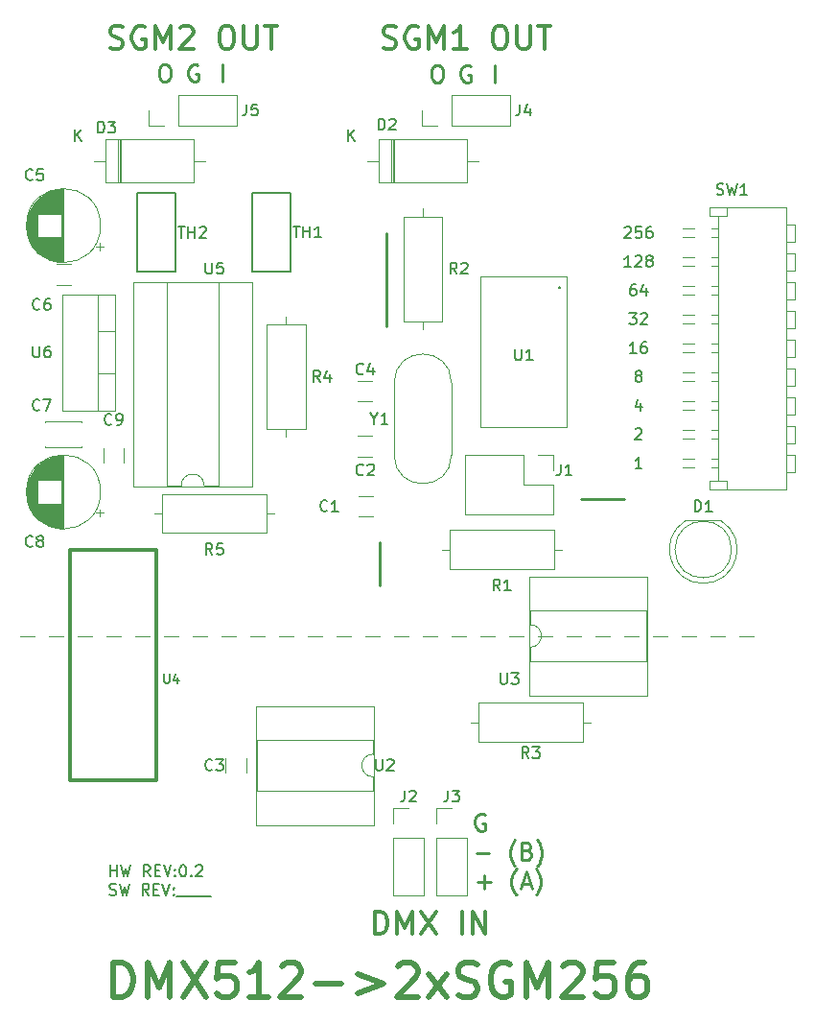
<source format=gbr>
G04 #@! TF.GenerationSoftware,KiCad,Pcbnew,(5.1.5)-3*
G04 #@! TF.CreationDate,2020-04-04T11:24:52+02:00*
G04 #@! TF.ProjectId,DMX2SGM,444d5832-5347-44d2-9e6b-696361645f70,0.2*
G04 #@! TF.SameCoordinates,Original*
G04 #@! TF.FileFunction,Legend,Top*
G04 #@! TF.FilePolarity,Positive*
%FSLAX46Y46*%
G04 Gerber Fmt 4.6, Leading zero omitted, Abs format (unit mm)*
G04 Created by KiCad (PCBNEW (5.1.5)-3) date 2020-04-04 11:24:52*
%MOMM*%
%LPD*%
G04 APERTURE LIST*
%ADD10C,0.300000*%
%ADD11C,0.240000*%
%ADD12C,0.150000*%
%ADD13C,0.120000*%
%ADD14C,0.500000*%
%ADD15C,0.250000*%
G04 APERTURE END LIST*
D10*
X68914285Y-52879523D02*
X69200000Y-52974761D01*
X69676190Y-52974761D01*
X69866666Y-52879523D01*
X69961904Y-52784285D01*
X70057142Y-52593809D01*
X70057142Y-52403333D01*
X69961904Y-52212857D01*
X69866666Y-52117619D01*
X69676190Y-52022380D01*
X69295238Y-51927142D01*
X69104761Y-51831904D01*
X69009523Y-51736666D01*
X68914285Y-51546190D01*
X68914285Y-51355714D01*
X69009523Y-51165238D01*
X69104761Y-51070000D01*
X69295238Y-50974761D01*
X69771428Y-50974761D01*
X70057142Y-51070000D01*
X71961904Y-51070000D02*
X71771428Y-50974761D01*
X71485714Y-50974761D01*
X71200000Y-51070000D01*
X71009523Y-51260476D01*
X70914285Y-51450952D01*
X70819047Y-51831904D01*
X70819047Y-52117619D01*
X70914285Y-52498571D01*
X71009523Y-52689047D01*
X71200000Y-52879523D01*
X71485714Y-52974761D01*
X71676190Y-52974761D01*
X71961904Y-52879523D01*
X72057142Y-52784285D01*
X72057142Y-52117619D01*
X71676190Y-52117619D01*
X72914285Y-52974761D02*
X72914285Y-50974761D01*
X73580952Y-52403333D01*
X74247619Y-50974761D01*
X74247619Y-52974761D01*
X75104761Y-51165238D02*
X75200000Y-51070000D01*
X75390476Y-50974761D01*
X75866666Y-50974761D01*
X76057142Y-51070000D01*
X76152380Y-51165238D01*
X76247619Y-51355714D01*
X76247619Y-51546190D01*
X76152380Y-51831904D01*
X75009523Y-52974761D01*
X76247619Y-52974761D01*
X79009523Y-50974761D02*
X79390476Y-50974761D01*
X79580952Y-51070000D01*
X79771428Y-51260476D01*
X79866666Y-51641428D01*
X79866666Y-52308095D01*
X79771428Y-52689047D01*
X79580952Y-52879523D01*
X79390476Y-52974761D01*
X79009523Y-52974761D01*
X78819047Y-52879523D01*
X78628571Y-52689047D01*
X78533333Y-52308095D01*
X78533333Y-51641428D01*
X78628571Y-51260476D01*
X78819047Y-51070000D01*
X79009523Y-50974761D01*
X80723809Y-50974761D02*
X80723809Y-52593809D01*
X80819047Y-52784285D01*
X80914285Y-52879523D01*
X81104761Y-52974761D01*
X81485714Y-52974761D01*
X81676190Y-52879523D01*
X81771428Y-52784285D01*
X81866666Y-52593809D01*
X81866666Y-50974761D01*
X82533333Y-50974761D02*
X83676190Y-50974761D01*
X83104761Y-52974761D02*
X83104761Y-50974761D01*
D11*
X92710000Y-96520000D02*
X92710000Y-100330000D01*
X110490000Y-92710000D02*
X114300000Y-92710000D01*
X93345000Y-69215000D02*
X93345000Y-77470000D01*
D12*
X68915595Y-125992380D02*
X68915595Y-124992380D01*
X68915595Y-125468571D02*
X69487023Y-125468571D01*
X69487023Y-125992380D02*
X69487023Y-124992380D01*
X69867976Y-124992380D02*
X70106071Y-125992380D01*
X70296547Y-125278095D01*
X70487023Y-125992380D01*
X70725119Y-124992380D01*
X72439404Y-125992380D02*
X72106071Y-125516190D01*
X71867976Y-125992380D02*
X71867976Y-124992380D01*
X72248928Y-124992380D01*
X72344166Y-125040000D01*
X72391785Y-125087619D01*
X72439404Y-125182857D01*
X72439404Y-125325714D01*
X72391785Y-125420952D01*
X72344166Y-125468571D01*
X72248928Y-125516190D01*
X71867976Y-125516190D01*
X72867976Y-125468571D02*
X73201309Y-125468571D01*
X73344166Y-125992380D02*
X72867976Y-125992380D01*
X72867976Y-124992380D01*
X73344166Y-124992380D01*
X73629880Y-124992380D02*
X73963214Y-125992380D01*
X74296547Y-124992380D01*
X74629880Y-125897142D02*
X74677500Y-125944761D01*
X74629880Y-125992380D01*
X74582261Y-125944761D01*
X74629880Y-125897142D01*
X74629880Y-125992380D01*
X74629880Y-125373333D02*
X74677500Y-125420952D01*
X74629880Y-125468571D01*
X74582261Y-125420952D01*
X74629880Y-125373333D01*
X74629880Y-125468571D01*
X75296547Y-124992380D02*
X75391785Y-124992380D01*
X75487023Y-125040000D01*
X75534642Y-125087619D01*
X75582261Y-125182857D01*
X75629880Y-125373333D01*
X75629880Y-125611428D01*
X75582261Y-125801904D01*
X75534642Y-125897142D01*
X75487023Y-125944761D01*
X75391785Y-125992380D01*
X75296547Y-125992380D01*
X75201309Y-125944761D01*
X75153690Y-125897142D01*
X75106071Y-125801904D01*
X75058452Y-125611428D01*
X75058452Y-125373333D01*
X75106071Y-125182857D01*
X75153690Y-125087619D01*
X75201309Y-125040000D01*
X75296547Y-124992380D01*
X76058452Y-125897142D02*
X76106071Y-125944761D01*
X76058452Y-125992380D01*
X76010833Y-125944761D01*
X76058452Y-125897142D01*
X76058452Y-125992380D01*
X76487023Y-125087619D02*
X76534642Y-125040000D01*
X76629880Y-124992380D01*
X76867976Y-124992380D01*
X76963214Y-125040000D01*
X77010833Y-125087619D01*
X77058452Y-125182857D01*
X77058452Y-125278095D01*
X77010833Y-125420952D01*
X76439404Y-125992380D01*
X77058452Y-125992380D01*
X68867976Y-127594761D02*
X69010833Y-127642380D01*
X69248928Y-127642380D01*
X69344166Y-127594761D01*
X69391785Y-127547142D01*
X69439404Y-127451904D01*
X69439404Y-127356666D01*
X69391785Y-127261428D01*
X69344166Y-127213809D01*
X69248928Y-127166190D01*
X69058452Y-127118571D01*
X68963214Y-127070952D01*
X68915595Y-127023333D01*
X68867976Y-126928095D01*
X68867976Y-126832857D01*
X68915595Y-126737619D01*
X68963214Y-126690000D01*
X69058452Y-126642380D01*
X69296547Y-126642380D01*
X69439404Y-126690000D01*
X69772738Y-126642380D02*
X70010833Y-127642380D01*
X70201309Y-126928095D01*
X70391785Y-127642380D01*
X70629880Y-126642380D01*
X72344166Y-127642380D02*
X72010833Y-127166190D01*
X71772738Y-127642380D02*
X71772738Y-126642380D01*
X72153690Y-126642380D01*
X72248928Y-126690000D01*
X72296547Y-126737619D01*
X72344166Y-126832857D01*
X72344166Y-126975714D01*
X72296547Y-127070952D01*
X72248928Y-127118571D01*
X72153690Y-127166190D01*
X71772738Y-127166190D01*
X72772738Y-127118571D02*
X73106071Y-127118571D01*
X73248928Y-127642380D02*
X72772738Y-127642380D01*
X72772738Y-126642380D01*
X73248928Y-126642380D01*
X73534642Y-126642380D02*
X73867976Y-127642380D01*
X74201309Y-126642380D01*
X74534642Y-127547142D02*
X74582261Y-127594761D01*
X74534642Y-127642380D01*
X74487023Y-127594761D01*
X74534642Y-127547142D01*
X74534642Y-127642380D01*
X74534642Y-127023333D02*
X74582261Y-127070952D01*
X74534642Y-127118571D01*
X74487023Y-127070952D01*
X74534642Y-127023333D01*
X74534642Y-127118571D01*
X74772738Y-127737619D02*
X75534642Y-127737619D01*
X75534642Y-127737619D02*
X76296547Y-127737619D01*
X76296547Y-127737619D02*
X77058452Y-127737619D01*
X77058452Y-127737619D02*
X77820357Y-127737619D01*
X108585000Y-74017142D02*
X108632619Y-74064761D01*
X108585000Y-74112380D01*
X108537380Y-74064761D01*
X108585000Y-74017142D01*
X108585000Y-74112380D01*
D13*
X101600000Y-86360000D02*
X101600000Y-73025000D01*
X109220000Y-86360000D02*
X101600000Y-86360000D01*
X109220000Y-73025000D02*
X109220000Y-86360000D01*
X101600000Y-73025000D02*
X109220000Y-73025000D01*
D12*
X114331904Y-68762619D02*
X114379523Y-68715000D01*
X114474761Y-68667380D01*
X114712857Y-68667380D01*
X114808095Y-68715000D01*
X114855714Y-68762619D01*
X114903333Y-68857857D01*
X114903333Y-68953095D01*
X114855714Y-69095952D01*
X114284285Y-69667380D01*
X114903333Y-69667380D01*
X115808095Y-68667380D02*
X115331904Y-68667380D01*
X115284285Y-69143571D01*
X115331904Y-69095952D01*
X115427142Y-69048333D01*
X115665238Y-69048333D01*
X115760476Y-69095952D01*
X115808095Y-69143571D01*
X115855714Y-69238809D01*
X115855714Y-69476904D01*
X115808095Y-69572142D01*
X115760476Y-69619761D01*
X115665238Y-69667380D01*
X115427142Y-69667380D01*
X115331904Y-69619761D01*
X115284285Y-69572142D01*
X116712857Y-68667380D02*
X116522380Y-68667380D01*
X116427142Y-68715000D01*
X116379523Y-68762619D01*
X116284285Y-68905476D01*
X116236666Y-69095952D01*
X116236666Y-69476904D01*
X116284285Y-69572142D01*
X116331904Y-69619761D01*
X116427142Y-69667380D01*
X116617619Y-69667380D01*
X116712857Y-69619761D01*
X116760476Y-69572142D01*
X116808095Y-69476904D01*
X116808095Y-69238809D01*
X116760476Y-69143571D01*
X116712857Y-69095952D01*
X116617619Y-69048333D01*
X116427142Y-69048333D01*
X116331904Y-69095952D01*
X116284285Y-69143571D01*
X116236666Y-69238809D01*
X114903333Y-72207380D02*
X114331904Y-72207380D01*
X114617619Y-72207380D02*
X114617619Y-71207380D01*
X114522380Y-71350238D01*
X114427142Y-71445476D01*
X114331904Y-71493095D01*
X115284285Y-71302619D02*
X115331904Y-71255000D01*
X115427142Y-71207380D01*
X115665238Y-71207380D01*
X115760476Y-71255000D01*
X115808095Y-71302619D01*
X115855714Y-71397857D01*
X115855714Y-71493095D01*
X115808095Y-71635952D01*
X115236666Y-72207380D01*
X115855714Y-72207380D01*
X116427142Y-71635952D02*
X116331904Y-71588333D01*
X116284285Y-71540714D01*
X116236666Y-71445476D01*
X116236666Y-71397857D01*
X116284285Y-71302619D01*
X116331904Y-71255000D01*
X116427142Y-71207380D01*
X116617619Y-71207380D01*
X116712857Y-71255000D01*
X116760476Y-71302619D01*
X116808095Y-71397857D01*
X116808095Y-71445476D01*
X116760476Y-71540714D01*
X116712857Y-71588333D01*
X116617619Y-71635952D01*
X116427142Y-71635952D01*
X116331904Y-71683571D01*
X116284285Y-71731190D01*
X116236666Y-71826428D01*
X116236666Y-72016904D01*
X116284285Y-72112142D01*
X116331904Y-72159761D01*
X116427142Y-72207380D01*
X116617619Y-72207380D01*
X116712857Y-72159761D01*
X116760476Y-72112142D01*
X116808095Y-72016904D01*
X116808095Y-71826428D01*
X116760476Y-71731190D01*
X116712857Y-71683571D01*
X116617619Y-71635952D01*
X115284285Y-73747380D02*
X115093809Y-73747380D01*
X114998571Y-73795000D01*
X114950952Y-73842619D01*
X114855714Y-73985476D01*
X114808095Y-74175952D01*
X114808095Y-74556904D01*
X114855714Y-74652142D01*
X114903333Y-74699761D01*
X114998571Y-74747380D01*
X115189047Y-74747380D01*
X115284285Y-74699761D01*
X115331904Y-74652142D01*
X115379523Y-74556904D01*
X115379523Y-74318809D01*
X115331904Y-74223571D01*
X115284285Y-74175952D01*
X115189047Y-74128333D01*
X114998571Y-74128333D01*
X114903333Y-74175952D01*
X114855714Y-74223571D01*
X114808095Y-74318809D01*
X116236666Y-74080714D02*
X116236666Y-74747380D01*
X115998571Y-73699761D02*
X115760476Y-74414047D01*
X116379523Y-74414047D01*
X114760476Y-76287380D02*
X115379523Y-76287380D01*
X115046190Y-76668333D01*
X115189047Y-76668333D01*
X115284285Y-76715952D01*
X115331904Y-76763571D01*
X115379523Y-76858809D01*
X115379523Y-77096904D01*
X115331904Y-77192142D01*
X115284285Y-77239761D01*
X115189047Y-77287380D01*
X114903333Y-77287380D01*
X114808095Y-77239761D01*
X114760476Y-77192142D01*
X115760476Y-76382619D02*
X115808095Y-76335000D01*
X115903333Y-76287380D01*
X116141428Y-76287380D01*
X116236666Y-76335000D01*
X116284285Y-76382619D01*
X116331904Y-76477857D01*
X116331904Y-76573095D01*
X116284285Y-76715952D01*
X115712857Y-77287380D01*
X116331904Y-77287380D01*
X115379523Y-79827380D02*
X114808095Y-79827380D01*
X115093809Y-79827380D02*
X115093809Y-78827380D01*
X114998571Y-78970238D01*
X114903333Y-79065476D01*
X114808095Y-79113095D01*
X116236666Y-78827380D02*
X116046190Y-78827380D01*
X115950952Y-78875000D01*
X115903333Y-78922619D01*
X115808095Y-79065476D01*
X115760476Y-79255952D01*
X115760476Y-79636904D01*
X115808095Y-79732142D01*
X115855714Y-79779761D01*
X115950952Y-79827380D01*
X116141428Y-79827380D01*
X116236666Y-79779761D01*
X116284285Y-79732142D01*
X116331904Y-79636904D01*
X116331904Y-79398809D01*
X116284285Y-79303571D01*
X116236666Y-79255952D01*
X116141428Y-79208333D01*
X115950952Y-79208333D01*
X115855714Y-79255952D01*
X115808095Y-79303571D01*
X115760476Y-79398809D01*
X115474761Y-81795952D02*
X115379523Y-81748333D01*
X115331904Y-81700714D01*
X115284285Y-81605476D01*
X115284285Y-81557857D01*
X115331904Y-81462619D01*
X115379523Y-81415000D01*
X115474761Y-81367380D01*
X115665238Y-81367380D01*
X115760476Y-81415000D01*
X115808095Y-81462619D01*
X115855714Y-81557857D01*
X115855714Y-81605476D01*
X115808095Y-81700714D01*
X115760476Y-81748333D01*
X115665238Y-81795952D01*
X115474761Y-81795952D01*
X115379523Y-81843571D01*
X115331904Y-81891190D01*
X115284285Y-81986428D01*
X115284285Y-82176904D01*
X115331904Y-82272142D01*
X115379523Y-82319761D01*
X115474761Y-82367380D01*
X115665238Y-82367380D01*
X115760476Y-82319761D01*
X115808095Y-82272142D01*
X115855714Y-82176904D01*
X115855714Y-81986428D01*
X115808095Y-81891190D01*
X115760476Y-81843571D01*
X115665238Y-81795952D01*
X115760476Y-84240714D02*
X115760476Y-84907380D01*
X115522380Y-83859761D02*
X115284285Y-84574047D01*
X115903333Y-84574047D01*
X115284285Y-86542619D02*
X115331904Y-86495000D01*
X115427142Y-86447380D01*
X115665238Y-86447380D01*
X115760476Y-86495000D01*
X115808095Y-86542619D01*
X115855714Y-86637857D01*
X115855714Y-86733095D01*
X115808095Y-86875952D01*
X115236666Y-87447380D01*
X115855714Y-87447380D01*
X115855714Y-89987380D02*
X115284285Y-89987380D01*
X115570000Y-89987380D02*
X115570000Y-88987380D01*
X115474761Y-89130238D01*
X115379523Y-89225476D01*
X115284285Y-89273095D01*
D14*
X69210000Y-136612142D02*
X69210000Y-133612142D01*
X69924285Y-133612142D01*
X70352857Y-133755000D01*
X70638571Y-134040714D01*
X70781428Y-134326428D01*
X70924285Y-134897857D01*
X70924285Y-135326428D01*
X70781428Y-135897857D01*
X70638571Y-136183571D01*
X70352857Y-136469285D01*
X69924285Y-136612142D01*
X69210000Y-136612142D01*
X72210000Y-136612142D02*
X72210000Y-133612142D01*
X73210000Y-135755000D01*
X74210000Y-133612142D01*
X74210000Y-136612142D01*
X75352857Y-133612142D02*
X77352857Y-136612142D01*
X77352857Y-133612142D02*
X75352857Y-136612142D01*
X79924285Y-133612142D02*
X78495714Y-133612142D01*
X78352857Y-135040714D01*
X78495714Y-134897857D01*
X78781428Y-134755000D01*
X79495714Y-134755000D01*
X79781428Y-134897857D01*
X79924285Y-135040714D01*
X80067142Y-135326428D01*
X80067142Y-136040714D01*
X79924285Y-136326428D01*
X79781428Y-136469285D01*
X79495714Y-136612142D01*
X78781428Y-136612142D01*
X78495714Y-136469285D01*
X78352857Y-136326428D01*
X82924285Y-136612142D02*
X81210000Y-136612142D01*
X82067142Y-136612142D02*
X82067142Y-133612142D01*
X81781428Y-134040714D01*
X81495714Y-134326428D01*
X81210000Y-134469285D01*
X84067142Y-133897857D02*
X84210000Y-133755000D01*
X84495714Y-133612142D01*
X85210000Y-133612142D01*
X85495714Y-133755000D01*
X85638571Y-133897857D01*
X85781428Y-134183571D01*
X85781428Y-134469285D01*
X85638571Y-134897857D01*
X83924285Y-136612142D01*
X85781428Y-136612142D01*
X87067142Y-135469285D02*
X89352857Y-135469285D01*
X90781428Y-134612142D02*
X93067142Y-135469285D01*
X90781428Y-136326428D01*
X94352857Y-133897857D02*
X94495714Y-133755000D01*
X94781428Y-133612142D01*
X95495714Y-133612142D01*
X95781428Y-133755000D01*
X95924285Y-133897857D01*
X96067142Y-134183571D01*
X96067142Y-134469285D01*
X95924285Y-134897857D01*
X94210000Y-136612142D01*
X96067142Y-136612142D01*
X97067142Y-136612142D02*
X98638571Y-134612142D01*
X97067142Y-134612142D02*
X98638571Y-136612142D01*
X99638571Y-136469285D02*
X100067142Y-136612142D01*
X100781428Y-136612142D01*
X101067142Y-136469285D01*
X101210000Y-136326428D01*
X101352857Y-136040714D01*
X101352857Y-135755000D01*
X101210000Y-135469285D01*
X101067142Y-135326428D01*
X100781428Y-135183571D01*
X100210000Y-135040714D01*
X99924285Y-134897857D01*
X99781428Y-134755000D01*
X99638571Y-134469285D01*
X99638571Y-134183571D01*
X99781428Y-133897857D01*
X99924285Y-133755000D01*
X100210000Y-133612142D01*
X100924285Y-133612142D01*
X101352857Y-133755000D01*
X104210000Y-133755000D02*
X103924285Y-133612142D01*
X103495714Y-133612142D01*
X103067142Y-133755000D01*
X102781428Y-134040714D01*
X102638571Y-134326428D01*
X102495714Y-134897857D01*
X102495714Y-135326428D01*
X102638571Y-135897857D01*
X102781428Y-136183571D01*
X103067142Y-136469285D01*
X103495714Y-136612142D01*
X103781428Y-136612142D01*
X104210000Y-136469285D01*
X104352857Y-136326428D01*
X104352857Y-135326428D01*
X103781428Y-135326428D01*
X105638571Y-136612142D02*
X105638571Y-133612142D01*
X106638571Y-135755000D01*
X107638571Y-133612142D01*
X107638571Y-136612142D01*
X108924285Y-133897857D02*
X109067142Y-133755000D01*
X109352857Y-133612142D01*
X110067142Y-133612142D01*
X110352857Y-133755000D01*
X110495714Y-133897857D01*
X110638571Y-134183571D01*
X110638571Y-134469285D01*
X110495714Y-134897857D01*
X108781428Y-136612142D01*
X110638571Y-136612142D01*
X113352857Y-133612142D02*
X111924285Y-133612142D01*
X111781428Y-135040714D01*
X111924285Y-134897857D01*
X112210000Y-134755000D01*
X112924285Y-134755000D01*
X113210000Y-134897857D01*
X113352857Y-135040714D01*
X113495714Y-135326428D01*
X113495714Y-136040714D01*
X113352857Y-136326428D01*
X113210000Y-136469285D01*
X112924285Y-136612142D01*
X112210000Y-136612142D01*
X111924285Y-136469285D01*
X111781428Y-136326428D01*
X116067142Y-133612142D02*
X115495714Y-133612142D01*
X115210000Y-133755000D01*
X115067142Y-133897857D01*
X114781428Y-134326428D01*
X114638571Y-134897857D01*
X114638571Y-136040714D01*
X114781428Y-136326428D01*
X114924285Y-136469285D01*
X115210000Y-136612142D01*
X115781428Y-136612142D01*
X116067142Y-136469285D01*
X116210000Y-136326428D01*
X116352857Y-136040714D01*
X116352857Y-135326428D01*
X116210000Y-135040714D01*
X116067142Y-134897857D01*
X115781428Y-134755000D01*
X115210000Y-134755000D01*
X114924285Y-134897857D01*
X114781428Y-135040714D01*
X114638571Y-135326428D01*
D10*
X93044285Y-52879523D02*
X93330000Y-52974761D01*
X93806190Y-52974761D01*
X93996666Y-52879523D01*
X94091904Y-52784285D01*
X94187142Y-52593809D01*
X94187142Y-52403333D01*
X94091904Y-52212857D01*
X93996666Y-52117619D01*
X93806190Y-52022380D01*
X93425238Y-51927142D01*
X93234761Y-51831904D01*
X93139523Y-51736666D01*
X93044285Y-51546190D01*
X93044285Y-51355714D01*
X93139523Y-51165238D01*
X93234761Y-51070000D01*
X93425238Y-50974761D01*
X93901428Y-50974761D01*
X94187142Y-51070000D01*
X96091904Y-51070000D02*
X95901428Y-50974761D01*
X95615714Y-50974761D01*
X95330000Y-51070000D01*
X95139523Y-51260476D01*
X95044285Y-51450952D01*
X94949047Y-51831904D01*
X94949047Y-52117619D01*
X95044285Y-52498571D01*
X95139523Y-52689047D01*
X95330000Y-52879523D01*
X95615714Y-52974761D01*
X95806190Y-52974761D01*
X96091904Y-52879523D01*
X96187142Y-52784285D01*
X96187142Y-52117619D01*
X95806190Y-52117619D01*
X97044285Y-52974761D02*
X97044285Y-50974761D01*
X97710952Y-52403333D01*
X98377619Y-50974761D01*
X98377619Y-52974761D01*
X100377619Y-52974761D02*
X99234761Y-52974761D01*
X99806190Y-52974761D02*
X99806190Y-50974761D01*
X99615714Y-51260476D01*
X99425238Y-51450952D01*
X99234761Y-51546190D01*
X103139523Y-50974761D02*
X103520476Y-50974761D01*
X103710952Y-51070000D01*
X103901428Y-51260476D01*
X103996666Y-51641428D01*
X103996666Y-52308095D01*
X103901428Y-52689047D01*
X103710952Y-52879523D01*
X103520476Y-52974761D01*
X103139523Y-52974761D01*
X102949047Y-52879523D01*
X102758571Y-52689047D01*
X102663333Y-52308095D01*
X102663333Y-51641428D01*
X102758571Y-51260476D01*
X102949047Y-51070000D01*
X103139523Y-50974761D01*
X104853809Y-50974761D02*
X104853809Y-52593809D01*
X104949047Y-52784285D01*
X105044285Y-52879523D01*
X105234761Y-52974761D01*
X105615714Y-52974761D01*
X105806190Y-52879523D01*
X105901428Y-52784285D01*
X105996666Y-52593809D01*
X105996666Y-50974761D01*
X106663333Y-50974761D02*
X107806190Y-50974761D01*
X107234761Y-52974761D02*
X107234761Y-50974761D01*
D13*
X125730000Y-104775000D02*
X124460000Y-104775000D01*
X123190000Y-104775000D02*
X121920000Y-104775000D01*
X120650000Y-104775000D02*
X119380000Y-104775000D01*
X118110000Y-104775000D02*
X116840000Y-104775000D01*
X115570000Y-104775000D02*
X114300000Y-104775000D01*
X113030000Y-104775000D02*
X111760000Y-104775000D01*
X110490000Y-104775000D02*
X109220000Y-104775000D01*
X107950000Y-104775000D02*
X106680000Y-104775000D01*
X105410000Y-104775000D02*
X104140000Y-104775000D01*
X102870000Y-104775000D02*
X101600000Y-104775000D01*
X100330000Y-104775000D02*
X99060000Y-104775000D01*
X97790000Y-104775000D02*
X96520000Y-104775000D01*
X95250000Y-104775000D02*
X93980000Y-104775000D01*
X92710000Y-104775000D02*
X91440000Y-104775000D01*
X90170000Y-104775000D02*
X88900000Y-104775000D01*
X87630000Y-104775000D02*
X86360000Y-104775000D01*
X85090000Y-104775000D02*
X83820000Y-104775000D01*
X82550000Y-104775000D02*
X81280000Y-104775000D01*
X80010000Y-104775000D02*
X78740000Y-104775000D01*
X77470000Y-104775000D02*
X76200000Y-104775000D01*
X74930000Y-104775000D02*
X73660000Y-104775000D01*
X72390000Y-104775000D02*
X71120000Y-104775000D01*
X69850000Y-104775000D02*
X68580000Y-104775000D01*
X67310000Y-104775000D02*
X66040000Y-104775000D01*
X64770000Y-104775000D02*
X63500000Y-104775000D01*
X62230000Y-104775000D02*
X60960000Y-104775000D01*
D15*
X76652857Y-54435000D02*
X76510000Y-54363571D01*
X76295714Y-54363571D01*
X76081428Y-54435000D01*
X75938571Y-54577857D01*
X75867142Y-54720714D01*
X75795714Y-55006428D01*
X75795714Y-55220714D01*
X75867142Y-55506428D01*
X75938571Y-55649285D01*
X76081428Y-55792142D01*
X76295714Y-55863571D01*
X76438571Y-55863571D01*
X76652857Y-55792142D01*
X76724285Y-55720714D01*
X76724285Y-55220714D01*
X76438571Y-55220714D01*
X73577142Y-54363571D02*
X73862857Y-54363571D01*
X74005714Y-54435000D01*
X74148571Y-54577857D01*
X74220000Y-54863571D01*
X74220000Y-55363571D01*
X74148571Y-55649285D01*
X74005714Y-55792142D01*
X73862857Y-55863571D01*
X73577142Y-55863571D01*
X73434285Y-55792142D01*
X73291428Y-55649285D01*
X73220000Y-55363571D01*
X73220000Y-54863571D01*
X73291428Y-54577857D01*
X73434285Y-54435000D01*
X73577142Y-54363571D01*
X78800000Y-55863571D02*
X78800000Y-54363571D01*
X102870000Y-55923571D02*
X102870000Y-54423571D01*
X97647142Y-54423571D02*
X97932857Y-54423571D01*
X98075714Y-54495000D01*
X98218571Y-54637857D01*
X98290000Y-54923571D01*
X98290000Y-55423571D01*
X98218571Y-55709285D01*
X98075714Y-55852142D01*
X97932857Y-55923571D01*
X97647142Y-55923571D01*
X97504285Y-55852142D01*
X97361428Y-55709285D01*
X97290000Y-55423571D01*
X97290000Y-54923571D01*
X97361428Y-54637857D01*
X97504285Y-54495000D01*
X97647142Y-54423571D01*
X100722857Y-54495000D02*
X100580000Y-54423571D01*
X100365714Y-54423571D01*
X100151428Y-54495000D01*
X100008571Y-54637857D01*
X99937142Y-54780714D01*
X99865714Y-55066428D01*
X99865714Y-55280714D01*
X99937142Y-55566428D01*
X100008571Y-55709285D01*
X100151428Y-55852142D01*
X100365714Y-55923571D01*
X100508571Y-55923571D01*
X100722857Y-55852142D01*
X100794285Y-55780714D01*
X100794285Y-55280714D01*
X100508571Y-55280714D01*
X101992857Y-120535000D02*
X101850000Y-120463571D01*
X101635714Y-120463571D01*
X101421428Y-120535000D01*
X101278571Y-120677857D01*
X101207142Y-120820714D01*
X101135714Y-121106428D01*
X101135714Y-121320714D01*
X101207142Y-121606428D01*
X101278571Y-121749285D01*
X101421428Y-121892142D01*
X101635714Y-121963571D01*
X101778571Y-121963571D01*
X101992857Y-121892142D01*
X102064285Y-121820714D01*
X102064285Y-121320714D01*
X101778571Y-121320714D01*
X101247142Y-123932142D02*
X102390000Y-123932142D01*
X104675714Y-125075000D02*
X104604285Y-125003571D01*
X104461428Y-124789285D01*
X104390000Y-124646428D01*
X104318571Y-124432142D01*
X104247142Y-124075000D01*
X104247142Y-123789285D01*
X104318571Y-123432142D01*
X104390000Y-123217857D01*
X104461428Y-123075000D01*
X104604285Y-122860714D01*
X104675714Y-122789285D01*
X105747142Y-123717857D02*
X105961428Y-123789285D01*
X106032857Y-123860714D01*
X106104285Y-124003571D01*
X106104285Y-124217857D01*
X106032857Y-124360714D01*
X105961428Y-124432142D01*
X105818571Y-124503571D01*
X105247142Y-124503571D01*
X105247142Y-123003571D01*
X105747142Y-123003571D01*
X105890000Y-123075000D01*
X105961428Y-123146428D01*
X106032857Y-123289285D01*
X106032857Y-123432142D01*
X105961428Y-123575000D01*
X105890000Y-123646428D01*
X105747142Y-123717857D01*
X105247142Y-123717857D01*
X106604285Y-125075000D02*
X106675714Y-125003571D01*
X106818571Y-124789285D01*
X106890000Y-124646428D01*
X106961428Y-124432142D01*
X107032857Y-124075000D01*
X107032857Y-123789285D01*
X106961428Y-123432142D01*
X106890000Y-123217857D01*
X106818571Y-123075000D01*
X106675714Y-122860714D01*
X106604285Y-122789285D01*
X101354285Y-126472142D02*
X102497142Y-126472142D01*
X101925714Y-127043571D02*
X101925714Y-125900714D01*
X104782857Y-127615000D02*
X104711428Y-127543571D01*
X104568571Y-127329285D01*
X104497142Y-127186428D01*
X104425714Y-126972142D01*
X104354285Y-126615000D01*
X104354285Y-126329285D01*
X104425714Y-125972142D01*
X104497142Y-125757857D01*
X104568571Y-125615000D01*
X104711428Y-125400714D01*
X104782857Y-125329285D01*
X105282857Y-126615000D02*
X105997142Y-126615000D01*
X105140000Y-127043571D02*
X105640000Y-125543571D01*
X106140000Y-127043571D01*
X106497142Y-127615000D02*
X106568571Y-127543571D01*
X106711428Y-127329285D01*
X106782857Y-127186428D01*
X106854285Y-126972142D01*
X106925714Y-126615000D01*
X106925714Y-126329285D01*
X106854285Y-125972142D01*
X106782857Y-125757857D01*
X106711428Y-125615000D01*
X106568571Y-125400714D01*
X106497142Y-125329285D01*
D10*
X92250238Y-131079761D02*
X92250238Y-129079761D01*
X92726428Y-129079761D01*
X93012142Y-129175000D01*
X93202619Y-129365476D01*
X93297857Y-129555952D01*
X93393095Y-129936904D01*
X93393095Y-130222619D01*
X93297857Y-130603571D01*
X93202619Y-130794047D01*
X93012142Y-130984523D01*
X92726428Y-131079761D01*
X92250238Y-131079761D01*
X94250238Y-131079761D02*
X94250238Y-129079761D01*
X94916904Y-130508333D01*
X95583571Y-129079761D01*
X95583571Y-131079761D01*
X96345476Y-129079761D02*
X97678809Y-131079761D01*
X97678809Y-129079761D02*
X96345476Y-131079761D01*
X99964523Y-131079761D02*
X99964523Y-129079761D01*
X100916904Y-131079761D02*
X100916904Y-129079761D01*
X102059761Y-131079761D01*
X102059761Y-129079761D01*
D13*
X93995000Y-88825000D02*
G75*
G03X99045000Y-88825000I2525000J0D01*
G01*
X93995000Y-82425000D02*
G75*
G02X99045000Y-82425000I2525000J0D01*
G01*
X93995000Y-82425000D02*
X93995000Y-88825000D01*
X99045000Y-82425000D02*
X99045000Y-88825000D01*
X70950000Y-91560000D02*
X81450000Y-91560000D01*
X70950000Y-73540000D02*
X70950000Y-91560000D01*
X81450000Y-73540000D02*
X70950000Y-73540000D01*
X81450000Y-91560000D02*
X81450000Y-73540000D01*
X73950000Y-91500000D02*
X75200000Y-91500000D01*
X73950000Y-73600000D02*
X73950000Y-91500000D01*
X78450000Y-73600000D02*
X73950000Y-73600000D01*
X78450000Y-91500000D02*
X78450000Y-73600000D01*
X77200000Y-91500000D02*
X78450000Y-91500000D01*
X75200000Y-91500000D02*
G75*
G02X77200000Y-91500000I1000000J0D01*
G01*
X69310000Y-81607000D02*
X67800000Y-81607000D01*
X69310000Y-77906000D02*
X67800000Y-77906000D01*
X67800000Y-74636000D02*
X67800000Y-84876000D01*
X69310000Y-84876000D02*
X64669000Y-84876000D01*
X69310000Y-74636000D02*
X64669000Y-74636000D01*
X64669000Y-74636000D02*
X64669000Y-84876000D01*
X69310000Y-74636000D02*
X69310000Y-84876000D01*
X63170000Y-85940000D02*
X63170000Y-85875000D01*
X63170000Y-88115000D02*
X63170000Y-88050000D01*
X66410000Y-85940000D02*
X66410000Y-85875000D01*
X66410000Y-88115000D02*
X66410000Y-88050000D01*
X66410000Y-85875000D02*
X63170000Y-85875000D01*
X66410000Y-88115000D02*
X63170000Y-88115000D01*
X70135000Y-89509000D02*
X70135000Y-88251000D01*
X68295000Y-89509000D02*
X68295000Y-88251000D01*
X67975241Y-94229000D02*
X67975241Y-93599000D01*
X68290241Y-93914000D02*
X67660241Y-93914000D01*
X61549000Y-92477000D02*
X61549000Y-91673000D01*
X61589000Y-92708000D02*
X61589000Y-91442000D01*
X61629000Y-92877000D02*
X61629000Y-91273000D01*
X61669000Y-93015000D02*
X61669000Y-91135000D01*
X61709000Y-93134000D02*
X61709000Y-91016000D01*
X61749000Y-93240000D02*
X61749000Y-90910000D01*
X61789000Y-93337000D02*
X61789000Y-90813000D01*
X61829000Y-93425000D02*
X61829000Y-90725000D01*
X61869000Y-93507000D02*
X61869000Y-90643000D01*
X61909000Y-93584000D02*
X61909000Y-90566000D01*
X61949000Y-93656000D02*
X61949000Y-90494000D01*
X61989000Y-93725000D02*
X61989000Y-90425000D01*
X62029000Y-93789000D02*
X62029000Y-90361000D01*
X62069000Y-93851000D02*
X62069000Y-90299000D01*
X62109000Y-93909000D02*
X62109000Y-90241000D01*
X62149000Y-93965000D02*
X62149000Y-90185000D01*
X62189000Y-94019000D02*
X62189000Y-90131000D01*
X62229000Y-94070000D02*
X62229000Y-90080000D01*
X62269000Y-94119000D02*
X62269000Y-90031000D01*
X62309000Y-94167000D02*
X62309000Y-89983000D01*
X62349000Y-94212000D02*
X62349000Y-89938000D01*
X62389000Y-94257000D02*
X62389000Y-89893000D01*
X62429000Y-94299000D02*
X62429000Y-89851000D01*
X62469000Y-94340000D02*
X62469000Y-89810000D01*
X62509000Y-91035000D02*
X62509000Y-89770000D01*
X62509000Y-94380000D02*
X62509000Y-93115000D01*
X62549000Y-91035000D02*
X62549000Y-89732000D01*
X62549000Y-94418000D02*
X62549000Y-93115000D01*
X62589000Y-91035000D02*
X62589000Y-89695000D01*
X62589000Y-94455000D02*
X62589000Y-93115000D01*
X62629000Y-91035000D02*
X62629000Y-89659000D01*
X62629000Y-94491000D02*
X62629000Y-93115000D01*
X62669000Y-91035000D02*
X62669000Y-89625000D01*
X62669000Y-94525000D02*
X62669000Y-93115000D01*
X62709000Y-91035000D02*
X62709000Y-89591000D01*
X62709000Y-94559000D02*
X62709000Y-93115000D01*
X62749000Y-91035000D02*
X62749000Y-89559000D01*
X62749000Y-94591000D02*
X62749000Y-93115000D01*
X62789000Y-91035000D02*
X62789000Y-89527000D01*
X62789000Y-94623000D02*
X62789000Y-93115000D01*
X62829000Y-91035000D02*
X62829000Y-89497000D01*
X62829000Y-94653000D02*
X62829000Y-93115000D01*
X62869000Y-91035000D02*
X62869000Y-89468000D01*
X62869000Y-94682000D02*
X62869000Y-93115000D01*
X62909000Y-91035000D02*
X62909000Y-89439000D01*
X62909000Y-94711000D02*
X62909000Y-93115000D01*
X62949000Y-91035000D02*
X62949000Y-89411000D01*
X62949000Y-94739000D02*
X62949000Y-93115000D01*
X62989000Y-91035000D02*
X62989000Y-89385000D01*
X62989000Y-94765000D02*
X62989000Y-93115000D01*
X63029000Y-91035000D02*
X63029000Y-89359000D01*
X63029000Y-94791000D02*
X63029000Y-93115000D01*
X63069000Y-91035000D02*
X63069000Y-89333000D01*
X63069000Y-94817000D02*
X63069000Y-93115000D01*
X63109000Y-91035000D02*
X63109000Y-89309000D01*
X63109000Y-94841000D02*
X63109000Y-93115000D01*
X63149000Y-91035000D02*
X63149000Y-89285000D01*
X63149000Y-94865000D02*
X63149000Y-93115000D01*
X63189000Y-91035000D02*
X63189000Y-89263000D01*
X63189000Y-94887000D02*
X63189000Y-93115000D01*
X63229000Y-91035000D02*
X63229000Y-89241000D01*
X63229000Y-94909000D02*
X63229000Y-93115000D01*
X63269000Y-91035000D02*
X63269000Y-89219000D01*
X63269000Y-94931000D02*
X63269000Y-93115000D01*
X63309000Y-91035000D02*
X63309000Y-89199000D01*
X63309000Y-94951000D02*
X63309000Y-93115000D01*
X63349000Y-91035000D02*
X63349000Y-89179000D01*
X63349000Y-94971000D02*
X63349000Y-93115000D01*
X63389000Y-91035000D02*
X63389000Y-89159000D01*
X63389000Y-94991000D02*
X63389000Y-93115000D01*
X63429000Y-91035000D02*
X63429000Y-89141000D01*
X63429000Y-95009000D02*
X63429000Y-93115000D01*
X63469000Y-91035000D02*
X63469000Y-89123000D01*
X63469000Y-95027000D02*
X63469000Y-93115000D01*
X63509000Y-91035000D02*
X63509000Y-89105000D01*
X63509000Y-95045000D02*
X63509000Y-93115000D01*
X63549000Y-91035000D02*
X63549000Y-89089000D01*
X63549000Y-95061000D02*
X63549000Y-93115000D01*
X63589000Y-91035000D02*
X63589000Y-89073000D01*
X63589000Y-95077000D02*
X63589000Y-93115000D01*
X63629000Y-91035000D02*
X63629000Y-89057000D01*
X63629000Y-95093000D02*
X63629000Y-93115000D01*
X63669000Y-91035000D02*
X63669000Y-89042000D01*
X63669000Y-95108000D02*
X63669000Y-93115000D01*
X63709000Y-91035000D02*
X63709000Y-89028000D01*
X63709000Y-95122000D02*
X63709000Y-93115000D01*
X63749000Y-91035000D02*
X63749000Y-89014000D01*
X63749000Y-95136000D02*
X63749000Y-93115000D01*
X63789000Y-91035000D02*
X63789000Y-89001000D01*
X63789000Y-95149000D02*
X63789000Y-93115000D01*
X63829000Y-91035000D02*
X63829000Y-88989000D01*
X63829000Y-95161000D02*
X63829000Y-93115000D01*
X63869000Y-91035000D02*
X63869000Y-88977000D01*
X63869000Y-95173000D02*
X63869000Y-93115000D01*
X63909000Y-91035000D02*
X63909000Y-88965000D01*
X63909000Y-95185000D02*
X63909000Y-93115000D01*
X63949000Y-91035000D02*
X63949000Y-88954000D01*
X63949000Y-95196000D02*
X63949000Y-93115000D01*
X63989000Y-91035000D02*
X63989000Y-88944000D01*
X63989000Y-95206000D02*
X63989000Y-93115000D01*
X64029000Y-91035000D02*
X64029000Y-88934000D01*
X64029000Y-95216000D02*
X64029000Y-93115000D01*
X64069000Y-91035000D02*
X64069000Y-88925000D01*
X64069000Y-95225000D02*
X64069000Y-93115000D01*
X64110000Y-91035000D02*
X64110000Y-88916000D01*
X64110000Y-95234000D02*
X64110000Y-93115000D01*
X64150000Y-91035000D02*
X64150000Y-88908000D01*
X64150000Y-95242000D02*
X64150000Y-93115000D01*
X64190000Y-91035000D02*
X64190000Y-88900000D01*
X64190000Y-95250000D02*
X64190000Y-93115000D01*
X64230000Y-91035000D02*
X64230000Y-88893000D01*
X64230000Y-95257000D02*
X64230000Y-93115000D01*
X64270000Y-91035000D02*
X64270000Y-88886000D01*
X64270000Y-95264000D02*
X64270000Y-93115000D01*
X64310000Y-91035000D02*
X64310000Y-88880000D01*
X64310000Y-95270000D02*
X64310000Y-93115000D01*
X64350000Y-91035000D02*
X64350000Y-88874000D01*
X64350000Y-95276000D02*
X64350000Y-93115000D01*
X64390000Y-91035000D02*
X64390000Y-88869000D01*
X64390000Y-95281000D02*
X64390000Y-93115000D01*
X64430000Y-91035000D02*
X64430000Y-88864000D01*
X64430000Y-95286000D02*
X64430000Y-93115000D01*
X64470000Y-91035000D02*
X64470000Y-88860000D01*
X64470000Y-95290000D02*
X64470000Y-93115000D01*
X64510000Y-91035000D02*
X64510000Y-88857000D01*
X64510000Y-95293000D02*
X64510000Y-93115000D01*
X64550000Y-91035000D02*
X64550000Y-88853000D01*
X64550000Y-95297000D02*
X64550000Y-93115000D01*
X64590000Y-95299000D02*
X64590000Y-88851000D01*
X64630000Y-95302000D02*
X64630000Y-88848000D01*
X64670000Y-95303000D02*
X64670000Y-88847000D01*
X64710000Y-95305000D02*
X64710000Y-88845000D01*
X64750000Y-95305000D02*
X64750000Y-88845000D01*
X64790000Y-95305000D02*
X64790000Y-88845000D01*
X68060000Y-92075000D02*
G75*
G03X68060000Y-92075000I-3270000J0D01*
G01*
X65419000Y-71978000D02*
X64161000Y-71978000D01*
X65419000Y-73818000D02*
X64161000Y-73818000D01*
X67975241Y-70734000D02*
X67975241Y-70104000D01*
X68290241Y-70419000D02*
X67660241Y-70419000D01*
X61549000Y-68982000D02*
X61549000Y-68178000D01*
X61589000Y-69213000D02*
X61589000Y-67947000D01*
X61629000Y-69382000D02*
X61629000Y-67778000D01*
X61669000Y-69520000D02*
X61669000Y-67640000D01*
X61709000Y-69639000D02*
X61709000Y-67521000D01*
X61749000Y-69745000D02*
X61749000Y-67415000D01*
X61789000Y-69842000D02*
X61789000Y-67318000D01*
X61829000Y-69930000D02*
X61829000Y-67230000D01*
X61869000Y-70012000D02*
X61869000Y-67148000D01*
X61909000Y-70089000D02*
X61909000Y-67071000D01*
X61949000Y-70161000D02*
X61949000Y-66999000D01*
X61989000Y-70230000D02*
X61989000Y-66930000D01*
X62029000Y-70294000D02*
X62029000Y-66866000D01*
X62069000Y-70356000D02*
X62069000Y-66804000D01*
X62109000Y-70414000D02*
X62109000Y-66746000D01*
X62149000Y-70470000D02*
X62149000Y-66690000D01*
X62189000Y-70524000D02*
X62189000Y-66636000D01*
X62229000Y-70575000D02*
X62229000Y-66585000D01*
X62269000Y-70624000D02*
X62269000Y-66536000D01*
X62309000Y-70672000D02*
X62309000Y-66488000D01*
X62349000Y-70717000D02*
X62349000Y-66443000D01*
X62389000Y-70762000D02*
X62389000Y-66398000D01*
X62429000Y-70804000D02*
X62429000Y-66356000D01*
X62469000Y-70845000D02*
X62469000Y-66315000D01*
X62509000Y-67540000D02*
X62509000Y-66275000D01*
X62509000Y-70885000D02*
X62509000Y-69620000D01*
X62549000Y-67540000D02*
X62549000Y-66237000D01*
X62549000Y-70923000D02*
X62549000Y-69620000D01*
X62589000Y-67540000D02*
X62589000Y-66200000D01*
X62589000Y-70960000D02*
X62589000Y-69620000D01*
X62629000Y-67540000D02*
X62629000Y-66164000D01*
X62629000Y-70996000D02*
X62629000Y-69620000D01*
X62669000Y-67540000D02*
X62669000Y-66130000D01*
X62669000Y-71030000D02*
X62669000Y-69620000D01*
X62709000Y-67540000D02*
X62709000Y-66096000D01*
X62709000Y-71064000D02*
X62709000Y-69620000D01*
X62749000Y-67540000D02*
X62749000Y-66064000D01*
X62749000Y-71096000D02*
X62749000Y-69620000D01*
X62789000Y-67540000D02*
X62789000Y-66032000D01*
X62789000Y-71128000D02*
X62789000Y-69620000D01*
X62829000Y-67540000D02*
X62829000Y-66002000D01*
X62829000Y-71158000D02*
X62829000Y-69620000D01*
X62869000Y-67540000D02*
X62869000Y-65973000D01*
X62869000Y-71187000D02*
X62869000Y-69620000D01*
X62909000Y-67540000D02*
X62909000Y-65944000D01*
X62909000Y-71216000D02*
X62909000Y-69620000D01*
X62949000Y-67540000D02*
X62949000Y-65916000D01*
X62949000Y-71244000D02*
X62949000Y-69620000D01*
X62989000Y-67540000D02*
X62989000Y-65890000D01*
X62989000Y-71270000D02*
X62989000Y-69620000D01*
X63029000Y-67540000D02*
X63029000Y-65864000D01*
X63029000Y-71296000D02*
X63029000Y-69620000D01*
X63069000Y-67540000D02*
X63069000Y-65838000D01*
X63069000Y-71322000D02*
X63069000Y-69620000D01*
X63109000Y-67540000D02*
X63109000Y-65814000D01*
X63109000Y-71346000D02*
X63109000Y-69620000D01*
X63149000Y-67540000D02*
X63149000Y-65790000D01*
X63149000Y-71370000D02*
X63149000Y-69620000D01*
X63189000Y-67540000D02*
X63189000Y-65768000D01*
X63189000Y-71392000D02*
X63189000Y-69620000D01*
X63229000Y-67540000D02*
X63229000Y-65746000D01*
X63229000Y-71414000D02*
X63229000Y-69620000D01*
X63269000Y-67540000D02*
X63269000Y-65724000D01*
X63269000Y-71436000D02*
X63269000Y-69620000D01*
X63309000Y-67540000D02*
X63309000Y-65704000D01*
X63309000Y-71456000D02*
X63309000Y-69620000D01*
X63349000Y-67540000D02*
X63349000Y-65684000D01*
X63349000Y-71476000D02*
X63349000Y-69620000D01*
X63389000Y-67540000D02*
X63389000Y-65664000D01*
X63389000Y-71496000D02*
X63389000Y-69620000D01*
X63429000Y-67540000D02*
X63429000Y-65646000D01*
X63429000Y-71514000D02*
X63429000Y-69620000D01*
X63469000Y-67540000D02*
X63469000Y-65628000D01*
X63469000Y-71532000D02*
X63469000Y-69620000D01*
X63509000Y-67540000D02*
X63509000Y-65610000D01*
X63509000Y-71550000D02*
X63509000Y-69620000D01*
X63549000Y-67540000D02*
X63549000Y-65594000D01*
X63549000Y-71566000D02*
X63549000Y-69620000D01*
X63589000Y-67540000D02*
X63589000Y-65578000D01*
X63589000Y-71582000D02*
X63589000Y-69620000D01*
X63629000Y-67540000D02*
X63629000Y-65562000D01*
X63629000Y-71598000D02*
X63629000Y-69620000D01*
X63669000Y-67540000D02*
X63669000Y-65547000D01*
X63669000Y-71613000D02*
X63669000Y-69620000D01*
X63709000Y-67540000D02*
X63709000Y-65533000D01*
X63709000Y-71627000D02*
X63709000Y-69620000D01*
X63749000Y-67540000D02*
X63749000Y-65519000D01*
X63749000Y-71641000D02*
X63749000Y-69620000D01*
X63789000Y-67540000D02*
X63789000Y-65506000D01*
X63789000Y-71654000D02*
X63789000Y-69620000D01*
X63829000Y-67540000D02*
X63829000Y-65494000D01*
X63829000Y-71666000D02*
X63829000Y-69620000D01*
X63869000Y-67540000D02*
X63869000Y-65482000D01*
X63869000Y-71678000D02*
X63869000Y-69620000D01*
X63909000Y-67540000D02*
X63909000Y-65470000D01*
X63909000Y-71690000D02*
X63909000Y-69620000D01*
X63949000Y-67540000D02*
X63949000Y-65459000D01*
X63949000Y-71701000D02*
X63949000Y-69620000D01*
X63989000Y-67540000D02*
X63989000Y-65449000D01*
X63989000Y-71711000D02*
X63989000Y-69620000D01*
X64029000Y-67540000D02*
X64029000Y-65439000D01*
X64029000Y-71721000D02*
X64029000Y-69620000D01*
X64069000Y-67540000D02*
X64069000Y-65430000D01*
X64069000Y-71730000D02*
X64069000Y-69620000D01*
X64110000Y-67540000D02*
X64110000Y-65421000D01*
X64110000Y-71739000D02*
X64110000Y-69620000D01*
X64150000Y-67540000D02*
X64150000Y-65413000D01*
X64150000Y-71747000D02*
X64150000Y-69620000D01*
X64190000Y-67540000D02*
X64190000Y-65405000D01*
X64190000Y-71755000D02*
X64190000Y-69620000D01*
X64230000Y-67540000D02*
X64230000Y-65398000D01*
X64230000Y-71762000D02*
X64230000Y-69620000D01*
X64270000Y-67540000D02*
X64270000Y-65391000D01*
X64270000Y-71769000D02*
X64270000Y-69620000D01*
X64310000Y-67540000D02*
X64310000Y-65385000D01*
X64310000Y-71775000D02*
X64310000Y-69620000D01*
X64350000Y-67540000D02*
X64350000Y-65379000D01*
X64350000Y-71781000D02*
X64350000Y-69620000D01*
X64390000Y-67540000D02*
X64390000Y-65374000D01*
X64390000Y-71786000D02*
X64390000Y-69620000D01*
X64430000Y-67540000D02*
X64430000Y-65369000D01*
X64430000Y-71791000D02*
X64430000Y-69620000D01*
X64470000Y-67540000D02*
X64470000Y-65365000D01*
X64470000Y-71795000D02*
X64470000Y-69620000D01*
X64510000Y-67540000D02*
X64510000Y-65362000D01*
X64510000Y-71798000D02*
X64510000Y-69620000D01*
X64550000Y-67540000D02*
X64550000Y-65358000D01*
X64550000Y-71802000D02*
X64550000Y-69620000D01*
X64590000Y-71804000D02*
X64590000Y-65356000D01*
X64630000Y-71807000D02*
X64630000Y-65353000D01*
X64670000Y-71808000D02*
X64670000Y-65352000D01*
X64710000Y-71810000D02*
X64710000Y-65350000D01*
X64750000Y-71810000D02*
X64750000Y-65350000D01*
X64790000Y-71810000D02*
X64790000Y-65350000D01*
X68060000Y-68580000D02*
G75*
G03X68060000Y-68580000I-3270000J0D01*
G01*
X105925000Y-99525000D02*
X105925000Y-110025000D01*
X116325000Y-99525000D02*
X105925000Y-99525000D01*
X116325000Y-110025000D02*
X116325000Y-99525000D01*
X105925000Y-110025000D02*
X116325000Y-110025000D01*
X105985000Y-102525000D02*
X105985000Y-103775000D01*
X116265000Y-102525000D02*
X105985000Y-102525000D01*
X116265000Y-107025000D02*
X116265000Y-102525000D01*
X105985000Y-107025000D02*
X116265000Y-107025000D01*
X105985000Y-105775000D02*
X105985000Y-107025000D01*
X105985000Y-103775000D02*
G75*
G02X105985000Y-105775000I0J-1000000D01*
G01*
X92195000Y-121455000D02*
X92195000Y-110955000D01*
X81795000Y-121455000D02*
X92195000Y-121455000D01*
X81795000Y-110955000D02*
X81795000Y-121455000D01*
X92195000Y-110955000D02*
X81795000Y-110955000D01*
X92135000Y-118455000D02*
X92135000Y-117205000D01*
X81855000Y-118455000D02*
X92135000Y-118455000D01*
X81855000Y-113955000D02*
X81855000Y-118455000D01*
X92135000Y-113955000D02*
X81855000Y-113955000D01*
X92135000Y-115205000D02*
X92135000Y-113955000D01*
X92135000Y-117205000D02*
G75*
G02X92135000Y-115205000I0J1000000D01*
G01*
D12*
X74710000Y-65675000D02*
X71310000Y-65675000D01*
X74710000Y-72675000D02*
X71310000Y-72675000D01*
X74710000Y-65675000D02*
X74710000Y-72675000D01*
X71310000Y-65675000D02*
X71310000Y-72675000D01*
X84870000Y-65675000D02*
X81470000Y-65675000D01*
X84870000Y-72675000D02*
X81470000Y-72675000D01*
X84870000Y-65675000D02*
X84870000Y-72675000D01*
X81470000Y-65675000D02*
X81470000Y-72675000D01*
D13*
X83415000Y-93980000D02*
X82725000Y-93980000D01*
X72795000Y-93980000D02*
X73485000Y-93980000D01*
X82725000Y-92260000D02*
X73485000Y-92260000D01*
X82725000Y-95700000D02*
X82725000Y-92260000D01*
X73485000Y-95700000D02*
X82725000Y-95700000D01*
X73485000Y-92260000D02*
X73485000Y-95700000D01*
X84455000Y-76605000D02*
X84455000Y-77295000D01*
X84455000Y-87225000D02*
X84455000Y-86535000D01*
X82735000Y-77295000D02*
X82735000Y-86535000D01*
X86175000Y-77295000D02*
X82735000Y-77295000D01*
X86175000Y-86535000D02*
X86175000Y-77295000D01*
X82735000Y-86535000D02*
X86175000Y-86535000D01*
X100735000Y-112395000D02*
X101425000Y-112395000D01*
X111355000Y-112395000D02*
X110665000Y-112395000D01*
X101425000Y-114115000D02*
X110665000Y-114115000D01*
X101425000Y-110675000D02*
X101425000Y-114115000D01*
X110665000Y-110675000D02*
X101425000Y-110675000D01*
X110665000Y-114115000D02*
X110665000Y-110675000D01*
X96520000Y-77700000D02*
X96520000Y-77010000D01*
X96520000Y-67080000D02*
X96520000Y-67770000D01*
X98240000Y-77010000D02*
X98240000Y-67770000D01*
X94800000Y-77010000D02*
X98240000Y-77010000D01*
X94800000Y-67770000D02*
X94800000Y-77010000D01*
X98240000Y-67770000D02*
X94800000Y-67770000D01*
X108815000Y-97155000D02*
X108125000Y-97155000D01*
X98195000Y-97155000D02*
X98885000Y-97155000D01*
X108125000Y-95435000D02*
X98885000Y-95435000D01*
X108125000Y-98875000D02*
X108125000Y-95435000D01*
X98885000Y-98875000D02*
X108125000Y-98875000D01*
X98885000Y-95435000D02*
X98885000Y-98875000D01*
X72330000Y-59750000D02*
X72330000Y-58420000D01*
X73660000Y-59750000D02*
X72330000Y-59750000D01*
X74930000Y-59750000D02*
X74930000Y-57090000D01*
X74930000Y-57090000D02*
X80070000Y-57090000D01*
X74930000Y-59750000D02*
X80070000Y-59750000D01*
X80070000Y-59750000D02*
X80070000Y-57090000D01*
X96460000Y-59750000D02*
X96460000Y-58420000D01*
X97790000Y-59750000D02*
X96460000Y-59750000D01*
X99060000Y-59750000D02*
X99060000Y-57090000D01*
X99060000Y-57090000D02*
X104200000Y-57090000D01*
X99060000Y-59750000D02*
X104200000Y-59750000D01*
X104200000Y-59750000D02*
X104200000Y-57090000D01*
X97730000Y-119955000D02*
X99060000Y-119955000D01*
X97730000Y-121285000D02*
X97730000Y-119955000D01*
X97730000Y-122555000D02*
X100390000Y-122555000D01*
X100390000Y-122555000D02*
X100390000Y-127695000D01*
X97730000Y-122555000D02*
X97730000Y-127695000D01*
X97730000Y-127695000D02*
X100390000Y-127695000D01*
X93920000Y-119955000D02*
X95250000Y-119955000D01*
X93920000Y-121285000D02*
X93920000Y-119955000D01*
X93920000Y-122555000D02*
X96580000Y-122555000D01*
X96580000Y-122555000D02*
X96580000Y-127695000D01*
X93920000Y-122555000D02*
X93920000Y-127695000D01*
X93920000Y-127695000D02*
X96580000Y-127695000D01*
X108010000Y-88840000D02*
X108010000Y-90170000D01*
X106680000Y-88840000D02*
X108010000Y-88840000D01*
X108010000Y-91440000D02*
X108010000Y-94040000D01*
X105410000Y-91440000D02*
X108010000Y-91440000D01*
X105410000Y-88840000D02*
X105410000Y-91440000D01*
X108010000Y-94040000D02*
X100270000Y-94040000D01*
X105410000Y-88840000D02*
X100270000Y-88840000D01*
X100270000Y-88840000D02*
X100270000Y-94040000D01*
X69610000Y-60945000D02*
X69610000Y-64785000D01*
X69850000Y-60945000D02*
X69850000Y-64785000D01*
X69730000Y-60945000D02*
X69730000Y-64785000D01*
X77300000Y-62865000D02*
X76310000Y-62865000D01*
X67480000Y-62865000D02*
X68470000Y-62865000D01*
X76310000Y-60945000D02*
X68470000Y-60945000D01*
X76310000Y-64785000D02*
X76310000Y-60945000D01*
X68470000Y-64785000D02*
X76310000Y-64785000D01*
X68470000Y-60945000D02*
X68470000Y-64785000D01*
X93740000Y-60945000D02*
X93740000Y-64785000D01*
X93980000Y-60945000D02*
X93980000Y-64785000D01*
X93860000Y-60945000D02*
X93860000Y-64785000D01*
X101430000Y-62865000D02*
X100440000Y-62865000D01*
X91610000Y-62865000D02*
X92600000Y-62865000D01*
X100440000Y-60945000D02*
X92600000Y-60945000D01*
X100440000Y-64785000D02*
X100440000Y-60945000D01*
X92600000Y-64785000D02*
X100440000Y-64785000D01*
X92600000Y-60945000D02*
X92600000Y-64785000D01*
X122830000Y-94595000D02*
X119740000Y-94595000D01*
X123785000Y-97155000D02*
G75*
G03X123785000Y-97155000I-2500000J0D01*
G01*
X121285462Y-100145000D02*
G75*
G02X119740170Y-94595000I-462J2990000D01*
G01*
X121284538Y-100145000D02*
G75*
G03X122829830Y-94595000I462J2990000D01*
G01*
X92049000Y-82265000D02*
X90791000Y-82265000D01*
X92049000Y-84105000D02*
X90791000Y-84105000D01*
X79090000Y-115556000D02*
X79090000Y-116814000D01*
X80930000Y-115556000D02*
X80930000Y-116814000D01*
X90791000Y-88994500D02*
X92049000Y-88994500D01*
X90791000Y-87154500D02*
X92049000Y-87154500D01*
X92089000Y-92425000D02*
X90831000Y-92425000D01*
X92089000Y-94265000D02*
X90831000Y-94265000D01*
X128600200Y-66954400D02*
X121869200Y-66954400D01*
X121869200Y-91846400D02*
X128600200Y-91846400D01*
X129413000Y-88773000D02*
X129413000Y-90322400D01*
X129413000Y-90322400D02*
X128600200Y-90322400D01*
X129413000Y-88773000D02*
X128600200Y-88773000D01*
X129413000Y-86233000D02*
X129413000Y-87782400D01*
X129413000Y-87782400D02*
X128600200Y-87782400D01*
X129413000Y-86233000D02*
X128600200Y-86233000D01*
X129413000Y-83693000D02*
X129413000Y-85242400D01*
X129413000Y-85242400D02*
X128600200Y-85242400D01*
X129413000Y-83693000D02*
X128600200Y-83693000D01*
X129413000Y-81153000D02*
X129413000Y-82702400D01*
X129413000Y-82702400D02*
X128600200Y-82702400D01*
X129413000Y-81153000D02*
X128600200Y-81153000D01*
X129413000Y-78613000D02*
X129413000Y-80162400D01*
X129413000Y-80162400D02*
X128600200Y-80162400D01*
X129413000Y-78613000D02*
X128600200Y-78613000D01*
X129413000Y-76073000D02*
X129413000Y-77622400D01*
X129413000Y-77622400D02*
X128600200Y-77622400D01*
X129413000Y-76073000D02*
X128600200Y-76073000D01*
X129413000Y-73533000D02*
X129413000Y-75082400D01*
X129413000Y-75082400D02*
X128600200Y-75082400D01*
X129413000Y-73533000D02*
X128600200Y-73533000D01*
X129413000Y-70993000D02*
X129413000Y-72542400D01*
X129413000Y-72542400D02*
X128600200Y-72542400D01*
X129413000Y-70993000D02*
X128600200Y-70993000D01*
X129413000Y-68453000D02*
X128600200Y-68453000D01*
X129413000Y-70002400D02*
X128600200Y-70002400D01*
X129413000Y-68453000D02*
X129413000Y-70002400D01*
X122631200Y-91084400D02*
X123393200Y-91084400D01*
X123393200Y-91846400D02*
X123393200Y-91084400D01*
X122631200Y-67716400D02*
X123393200Y-67716400D01*
X123393200Y-67716400D02*
X123393200Y-66954400D01*
X122047000Y-89916000D02*
X122631200Y-89916000D01*
X122631200Y-89154000D02*
X122047000Y-89154000D01*
X122047000Y-87376000D02*
X122631200Y-87376000D01*
X122631200Y-86614000D02*
X122047000Y-86614000D01*
X122047000Y-84836000D02*
X122631200Y-84836000D01*
X122631200Y-84074000D02*
X122047000Y-84074000D01*
X122047000Y-82296000D02*
X122631200Y-82296000D01*
X122631200Y-81534000D02*
X122047000Y-81534000D01*
X122047000Y-79756000D02*
X122631200Y-79756000D01*
X122631200Y-78994000D02*
X122047000Y-78994000D01*
X122047000Y-77216000D02*
X122631200Y-77216000D01*
X122631200Y-76454000D02*
X122047000Y-76454000D01*
X122047000Y-74676000D02*
X122631200Y-74676000D01*
X122631200Y-73914000D02*
X122047000Y-73914000D01*
X122047000Y-72136000D02*
X122631200Y-72136000D01*
X122631200Y-71374000D02*
X122047000Y-71374000D01*
X122631200Y-68834000D02*
X122047000Y-68834000D01*
X122047000Y-69596000D02*
X122631200Y-69596000D01*
X122631200Y-91084400D02*
X122631200Y-67716400D01*
X121869200Y-91846400D02*
X121869200Y-91084400D01*
X122631200Y-91084400D02*
X121869200Y-91084400D01*
X121869200Y-67716400D02*
X122631200Y-67716400D01*
X121869200Y-66954400D02*
X121869200Y-67716400D01*
X128600200Y-66954400D02*
X128600200Y-91846400D01*
X119507000Y-69596000D02*
X120523000Y-69596000D01*
X120523000Y-68834000D02*
X119507000Y-68834000D01*
X119507000Y-72136000D02*
X120523000Y-72136000D01*
X120523000Y-71374000D02*
X119507000Y-71374000D01*
X119507000Y-74676000D02*
X120523000Y-74676000D01*
X120523000Y-73914000D02*
X119507000Y-73914000D01*
X119507000Y-77216000D02*
X120523000Y-77216000D01*
X120523000Y-76454000D02*
X119507000Y-76454000D01*
X119507000Y-79756000D02*
X120523000Y-79756000D01*
X120523000Y-78994000D02*
X119507000Y-78994000D01*
X119507000Y-82296000D02*
X120523000Y-82296000D01*
X120523000Y-81534000D02*
X119507000Y-81534000D01*
X119507000Y-84836000D02*
X120523000Y-84836000D01*
X120523000Y-84074000D02*
X119507000Y-84074000D01*
X119507000Y-89916000D02*
X120523000Y-89916000D01*
X120523000Y-89154000D02*
X119507000Y-89154000D01*
X120523000Y-86614000D02*
X119507000Y-86614000D01*
X119507000Y-87376000D02*
X120523000Y-87376000D01*
D10*
X73025000Y-97155000D02*
X73025000Y-117475000D01*
X73025000Y-117475000D02*
X65405000Y-117475000D01*
X65405000Y-117475000D02*
X65405000Y-97155000D01*
X65405000Y-97155000D02*
X73025000Y-97155000D01*
D12*
X92233809Y-85601190D02*
X92233809Y-86077380D01*
X91900476Y-85077380D02*
X92233809Y-85601190D01*
X92567142Y-85077380D01*
X93424285Y-86077380D02*
X92852857Y-86077380D01*
X93138571Y-86077380D02*
X93138571Y-85077380D01*
X93043333Y-85220238D01*
X92948095Y-85315476D01*
X92852857Y-85363095D01*
X77343095Y-71842380D02*
X77343095Y-72651904D01*
X77390714Y-72747142D01*
X77438333Y-72794761D01*
X77533571Y-72842380D01*
X77724047Y-72842380D01*
X77819285Y-72794761D01*
X77866904Y-72747142D01*
X77914523Y-72651904D01*
X77914523Y-71842380D01*
X78866904Y-71842380D02*
X78390714Y-71842380D01*
X78343095Y-72318571D01*
X78390714Y-72270952D01*
X78485952Y-72223333D01*
X78724047Y-72223333D01*
X78819285Y-72270952D01*
X78866904Y-72318571D01*
X78914523Y-72413809D01*
X78914523Y-72651904D01*
X78866904Y-72747142D01*
X78819285Y-72794761D01*
X78724047Y-72842380D01*
X78485952Y-72842380D01*
X78390714Y-72794761D01*
X78343095Y-72747142D01*
X62103095Y-79208380D02*
X62103095Y-80017904D01*
X62150714Y-80113142D01*
X62198333Y-80160761D01*
X62293571Y-80208380D01*
X62484047Y-80208380D01*
X62579285Y-80160761D01*
X62626904Y-80113142D01*
X62674523Y-80017904D01*
X62674523Y-79208380D01*
X63579285Y-79208380D02*
X63388809Y-79208380D01*
X63293571Y-79256000D01*
X63245952Y-79303619D01*
X63150714Y-79446476D01*
X63103095Y-79636952D01*
X63103095Y-80017904D01*
X63150714Y-80113142D01*
X63198333Y-80160761D01*
X63293571Y-80208380D01*
X63484047Y-80208380D01*
X63579285Y-80160761D01*
X63626904Y-80113142D01*
X63674523Y-80017904D01*
X63674523Y-79779809D01*
X63626904Y-79684571D01*
X63579285Y-79636952D01*
X63484047Y-79589333D01*
X63293571Y-79589333D01*
X63198333Y-79636952D01*
X63150714Y-79684571D01*
X63103095Y-79779809D01*
X62698333Y-84812142D02*
X62650714Y-84859761D01*
X62507857Y-84907380D01*
X62412619Y-84907380D01*
X62269761Y-84859761D01*
X62174523Y-84764523D01*
X62126904Y-84669285D01*
X62079285Y-84478809D01*
X62079285Y-84335952D01*
X62126904Y-84145476D01*
X62174523Y-84050238D01*
X62269761Y-83955000D01*
X62412619Y-83907380D01*
X62507857Y-83907380D01*
X62650714Y-83955000D01*
X62698333Y-84002619D01*
X63031666Y-83907380D02*
X63698333Y-83907380D01*
X63269761Y-84907380D01*
X69048333Y-86082142D02*
X69000714Y-86129761D01*
X68857857Y-86177380D01*
X68762619Y-86177380D01*
X68619761Y-86129761D01*
X68524523Y-86034523D01*
X68476904Y-85939285D01*
X68429285Y-85748809D01*
X68429285Y-85605952D01*
X68476904Y-85415476D01*
X68524523Y-85320238D01*
X68619761Y-85225000D01*
X68762619Y-85177380D01*
X68857857Y-85177380D01*
X69000714Y-85225000D01*
X69048333Y-85272619D01*
X69524523Y-86177380D02*
X69715000Y-86177380D01*
X69810238Y-86129761D01*
X69857857Y-86082142D01*
X69953095Y-85939285D01*
X70000714Y-85748809D01*
X70000714Y-85367857D01*
X69953095Y-85272619D01*
X69905476Y-85225000D01*
X69810238Y-85177380D01*
X69619761Y-85177380D01*
X69524523Y-85225000D01*
X69476904Y-85272619D01*
X69429285Y-85367857D01*
X69429285Y-85605952D01*
X69476904Y-85701190D01*
X69524523Y-85748809D01*
X69619761Y-85796428D01*
X69810238Y-85796428D01*
X69905476Y-85748809D01*
X69953095Y-85701190D01*
X70000714Y-85605952D01*
X62063333Y-96832142D02*
X62015714Y-96879761D01*
X61872857Y-96927380D01*
X61777619Y-96927380D01*
X61634761Y-96879761D01*
X61539523Y-96784523D01*
X61491904Y-96689285D01*
X61444285Y-96498809D01*
X61444285Y-96355952D01*
X61491904Y-96165476D01*
X61539523Y-96070238D01*
X61634761Y-95975000D01*
X61777619Y-95927380D01*
X61872857Y-95927380D01*
X62015714Y-95975000D01*
X62063333Y-96022619D01*
X62634761Y-96355952D02*
X62539523Y-96308333D01*
X62491904Y-96260714D01*
X62444285Y-96165476D01*
X62444285Y-96117857D01*
X62491904Y-96022619D01*
X62539523Y-95975000D01*
X62634761Y-95927380D01*
X62825238Y-95927380D01*
X62920476Y-95975000D01*
X62968095Y-96022619D01*
X63015714Y-96117857D01*
X63015714Y-96165476D01*
X62968095Y-96260714D01*
X62920476Y-96308333D01*
X62825238Y-96355952D01*
X62634761Y-96355952D01*
X62539523Y-96403571D01*
X62491904Y-96451190D01*
X62444285Y-96546428D01*
X62444285Y-96736904D01*
X62491904Y-96832142D01*
X62539523Y-96879761D01*
X62634761Y-96927380D01*
X62825238Y-96927380D01*
X62920476Y-96879761D01*
X62968095Y-96832142D01*
X63015714Y-96736904D01*
X63015714Y-96546428D01*
X62968095Y-96451190D01*
X62920476Y-96403571D01*
X62825238Y-96355952D01*
X62698333Y-75922142D02*
X62650714Y-75969761D01*
X62507857Y-76017380D01*
X62412619Y-76017380D01*
X62269761Y-75969761D01*
X62174523Y-75874523D01*
X62126904Y-75779285D01*
X62079285Y-75588809D01*
X62079285Y-75445952D01*
X62126904Y-75255476D01*
X62174523Y-75160238D01*
X62269761Y-75065000D01*
X62412619Y-75017380D01*
X62507857Y-75017380D01*
X62650714Y-75065000D01*
X62698333Y-75112619D01*
X63555476Y-75017380D02*
X63365000Y-75017380D01*
X63269761Y-75065000D01*
X63222142Y-75112619D01*
X63126904Y-75255476D01*
X63079285Y-75445952D01*
X63079285Y-75826904D01*
X63126904Y-75922142D01*
X63174523Y-75969761D01*
X63269761Y-76017380D01*
X63460238Y-76017380D01*
X63555476Y-75969761D01*
X63603095Y-75922142D01*
X63650714Y-75826904D01*
X63650714Y-75588809D01*
X63603095Y-75493571D01*
X63555476Y-75445952D01*
X63460238Y-75398333D01*
X63269761Y-75398333D01*
X63174523Y-75445952D01*
X63126904Y-75493571D01*
X63079285Y-75588809D01*
X62063333Y-64492142D02*
X62015714Y-64539761D01*
X61872857Y-64587380D01*
X61777619Y-64587380D01*
X61634761Y-64539761D01*
X61539523Y-64444523D01*
X61491904Y-64349285D01*
X61444285Y-64158809D01*
X61444285Y-64015952D01*
X61491904Y-63825476D01*
X61539523Y-63730238D01*
X61634761Y-63635000D01*
X61777619Y-63587380D01*
X61872857Y-63587380D01*
X62015714Y-63635000D01*
X62063333Y-63682619D01*
X62968095Y-63587380D02*
X62491904Y-63587380D01*
X62444285Y-64063571D01*
X62491904Y-64015952D01*
X62587142Y-63968333D01*
X62825238Y-63968333D01*
X62920476Y-64015952D01*
X62968095Y-64063571D01*
X63015714Y-64158809D01*
X63015714Y-64396904D01*
X62968095Y-64492142D01*
X62920476Y-64539761D01*
X62825238Y-64587380D01*
X62587142Y-64587380D01*
X62491904Y-64539761D01*
X62444285Y-64492142D01*
X103378095Y-108037380D02*
X103378095Y-108846904D01*
X103425714Y-108942142D01*
X103473333Y-108989761D01*
X103568571Y-109037380D01*
X103759047Y-109037380D01*
X103854285Y-108989761D01*
X103901904Y-108942142D01*
X103949523Y-108846904D01*
X103949523Y-108037380D01*
X104330476Y-108037380D02*
X104949523Y-108037380D01*
X104616190Y-108418333D01*
X104759047Y-108418333D01*
X104854285Y-108465952D01*
X104901904Y-108513571D01*
X104949523Y-108608809D01*
X104949523Y-108846904D01*
X104901904Y-108942142D01*
X104854285Y-108989761D01*
X104759047Y-109037380D01*
X104473333Y-109037380D01*
X104378095Y-108989761D01*
X104330476Y-108942142D01*
X92373095Y-115657380D02*
X92373095Y-116466904D01*
X92420714Y-116562142D01*
X92468333Y-116609761D01*
X92563571Y-116657380D01*
X92754047Y-116657380D01*
X92849285Y-116609761D01*
X92896904Y-116562142D01*
X92944523Y-116466904D01*
X92944523Y-115657380D01*
X93373095Y-115752619D02*
X93420714Y-115705000D01*
X93515952Y-115657380D01*
X93754047Y-115657380D01*
X93849285Y-115705000D01*
X93896904Y-115752619D01*
X93944523Y-115847857D01*
X93944523Y-115943095D01*
X93896904Y-116085952D01*
X93325476Y-116657380D01*
X93944523Y-116657380D01*
X74914285Y-68667380D02*
X75485714Y-68667380D01*
X75200000Y-69667380D02*
X75200000Y-68667380D01*
X75819047Y-69667380D02*
X75819047Y-68667380D01*
X75819047Y-69143571D02*
X76390476Y-69143571D01*
X76390476Y-69667380D02*
X76390476Y-68667380D01*
X76819047Y-68762619D02*
X76866666Y-68715000D01*
X76961904Y-68667380D01*
X77200000Y-68667380D01*
X77295238Y-68715000D01*
X77342857Y-68762619D01*
X77390476Y-68857857D01*
X77390476Y-68953095D01*
X77342857Y-69095952D01*
X76771428Y-69667380D01*
X77390476Y-69667380D01*
X85074285Y-68627380D02*
X85645714Y-68627380D01*
X85360000Y-69627380D02*
X85360000Y-68627380D01*
X85979047Y-69627380D02*
X85979047Y-68627380D01*
X85979047Y-69103571D02*
X86550476Y-69103571D01*
X86550476Y-69627380D02*
X86550476Y-68627380D01*
X87550476Y-69627380D02*
X86979047Y-69627380D01*
X87264761Y-69627380D02*
X87264761Y-68627380D01*
X87169523Y-68770238D01*
X87074285Y-68865476D01*
X86979047Y-68913095D01*
X77938333Y-97607380D02*
X77605000Y-97131190D01*
X77366904Y-97607380D02*
X77366904Y-96607380D01*
X77747857Y-96607380D01*
X77843095Y-96655000D01*
X77890714Y-96702619D01*
X77938333Y-96797857D01*
X77938333Y-96940714D01*
X77890714Y-97035952D01*
X77843095Y-97083571D01*
X77747857Y-97131190D01*
X77366904Y-97131190D01*
X78843095Y-96607380D02*
X78366904Y-96607380D01*
X78319285Y-97083571D01*
X78366904Y-97035952D01*
X78462142Y-96988333D01*
X78700238Y-96988333D01*
X78795476Y-97035952D01*
X78843095Y-97083571D01*
X78890714Y-97178809D01*
X78890714Y-97416904D01*
X78843095Y-97512142D01*
X78795476Y-97559761D01*
X78700238Y-97607380D01*
X78462142Y-97607380D01*
X78366904Y-97559761D01*
X78319285Y-97512142D01*
X87463333Y-82367380D02*
X87130000Y-81891190D01*
X86891904Y-82367380D02*
X86891904Y-81367380D01*
X87272857Y-81367380D01*
X87368095Y-81415000D01*
X87415714Y-81462619D01*
X87463333Y-81557857D01*
X87463333Y-81700714D01*
X87415714Y-81795952D01*
X87368095Y-81843571D01*
X87272857Y-81891190D01*
X86891904Y-81891190D01*
X88320476Y-81700714D02*
X88320476Y-82367380D01*
X88082380Y-81319761D02*
X87844285Y-82034047D01*
X88463333Y-82034047D01*
X105878333Y-115567380D02*
X105545000Y-115091190D01*
X105306904Y-115567380D02*
X105306904Y-114567380D01*
X105687857Y-114567380D01*
X105783095Y-114615000D01*
X105830714Y-114662619D01*
X105878333Y-114757857D01*
X105878333Y-114900714D01*
X105830714Y-114995952D01*
X105783095Y-115043571D01*
X105687857Y-115091190D01*
X105306904Y-115091190D01*
X106211666Y-114567380D02*
X106830714Y-114567380D01*
X106497380Y-114948333D01*
X106640238Y-114948333D01*
X106735476Y-114995952D01*
X106783095Y-115043571D01*
X106830714Y-115138809D01*
X106830714Y-115376904D01*
X106783095Y-115472142D01*
X106735476Y-115519761D01*
X106640238Y-115567380D01*
X106354523Y-115567380D01*
X106259285Y-115519761D01*
X106211666Y-115472142D01*
X99528333Y-72842380D02*
X99195000Y-72366190D01*
X98956904Y-72842380D02*
X98956904Y-71842380D01*
X99337857Y-71842380D01*
X99433095Y-71890000D01*
X99480714Y-71937619D01*
X99528333Y-72032857D01*
X99528333Y-72175714D01*
X99480714Y-72270952D01*
X99433095Y-72318571D01*
X99337857Y-72366190D01*
X98956904Y-72366190D01*
X99909285Y-71937619D02*
X99956904Y-71890000D01*
X100052142Y-71842380D01*
X100290238Y-71842380D01*
X100385476Y-71890000D01*
X100433095Y-71937619D01*
X100480714Y-72032857D01*
X100480714Y-72128095D01*
X100433095Y-72270952D01*
X99861666Y-72842380D01*
X100480714Y-72842380D01*
X103338333Y-100782380D02*
X103005000Y-100306190D01*
X102766904Y-100782380D02*
X102766904Y-99782380D01*
X103147857Y-99782380D01*
X103243095Y-99830000D01*
X103290714Y-99877619D01*
X103338333Y-99972857D01*
X103338333Y-100115714D01*
X103290714Y-100210952D01*
X103243095Y-100258571D01*
X103147857Y-100306190D01*
X102766904Y-100306190D01*
X104290714Y-100782380D02*
X103719285Y-100782380D01*
X104005000Y-100782380D02*
X104005000Y-99782380D01*
X103909761Y-99925238D01*
X103814523Y-100020476D01*
X103719285Y-100068095D01*
X80946666Y-57872380D02*
X80946666Y-58586666D01*
X80899047Y-58729523D01*
X80803809Y-58824761D01*
X80660952Y-58872380D01*
X80565714Y-58872380D01*
X81899047Y-57872380D02*
X81422857Y-57872380D01*
X81375238Y-58348571D01*
X81422857Y-58300952D01*
X81518095Y-58253333D01*
X81756190Y-58253333D01*
X81851428Y-58300952D01*
X81899047Y-58348571D01*
X81946666Y-58443809D01*
X81946666Y-58681904D01*
X81899047Y-58777142D01*
X81851428Y-58824761D01*
X81756190Y-58872380D01*
X81518095Y-58872380D01*
X81422857Y-58824761D01*
X81375238Y-58777142D01*
X105076666Y-57872380D02*
X105076666Y-58586666D01*
X105029047Y-58729523D01*
X104933809Y-58824761D01*
X104790952Y-58872380D01*
X104695714Y-58872380D01*
X105981428Y-58205714D02*
X105981428Y-58872380D01*
X105743333Y-57824761D02*
X105505238Y-58539047D01*
X106124285Y-58539047D01*
X98726666Y-118407380D02*
X98726666Y-119121666D01*
X98679047Y-119264523D01*
X98583809Y-119359761D01*
X98440952Y-119407380D01*
X98345714Y-119407380D01*
X99107619Y-118407380D02*
X99726666Y-118407380D01*
X99393333Y-118788333D01*
X99536190Y-118788333D01*
X99631428Y-118835952D01*
X99679047Y-118883571D01*
X99726666Y-118978809D01*
X99726666Y-119216904D01*
X99679047Y-119312142D01*
X99631428Y-119359761D01*
X99536190Y-119407380D01*
X99250476Y-119407380D01*
X99155238Y-119359761D01*
X99107619Y-119312142D01*
X94916666Y-118407380D02*
X94916666Y-119121666D01*
X94869047Y-119264523D01*
X94773809Y-119359761D01*
X94630952Y-119407380D01*
X94535714Y-119407380D01*
X95345238Y-118502619D02*
X95392857Y-118455000D01*
X95488095Y-118407380D01*
X95726190Y-118407380D01*
X95821428Y-118455000D01*
X95869047Y-118502619D01*
X95916666Y-118597857D01*
X95916666Y-118693095D01*
X95869047Y-118835952D01*
X95297619Y-119407380D01*
X95916666Y-119407380D01*
X108676666Y-89622380D02*
X108676666Y-90336666D01*
X108629047Y-90479523D01*
X108533809Y-90574761D01*
X108390952Y-90622380D01*
X108295714Y-90622380D01*
X109676666Y-90622380D02*
X109105238Y-90622380D01*
X109390952Y-90622380D02*
X109390952Y-89622380D01*
X109295714Y-89765238D01*
X109200476Y-89860476D01*
X109105238Y-89908095D01*
X67841904Y-60397380D02*
X67841904Y-59397380D01*
X68080000Y-59397380D01*
X68222857Y-59445000D01*
X68318095Y-59540238D01*
X68365714Y-59635476D01*
X68413333Y-59825952D01*
X68413333Y-59968809D01*
X68365714Y-60159285D01*
X68318095Y-60254523D01*
X68222857Y-60349761D01*
X68080000Y-60397380D01*
X67841904Y-60397380D01*
X68746666Y-59397380D02*
X69365714Y-59397380D01*
X69032380Y-59778333D01*
X69175238Y-59778333D01*
X69270476Y-59825952D01*
X69318095Y-59873571D01*
X69365714Y-59968809D01*
X69365714Y-60206904D01*
X69318095Y-60302142D01*
X69270476Y-60349761D01*
X69175238Y-60397380D01*
X68889523Y-60397380D01*
X68794285Y-60349761D01*
X68746666Y-60302142D01*
X65778095Y-61117380D02*
X65778095Y-60117380D01*
X66349523Y-61117380D02*
X65920952Y-60545952D01*
X66349523Y-60117380D02*
X65778095Y-60688809D01*
X92606904Y-60142380D02*
X92606904Y-59142380D01*
X92845000Y-59142380D01*
X92987857Y-59190000D01*
X93083095Y-59285238D01*
X93130714Y-59380476D01*
X93178333Y-59570952D01*
X93178333Y-59713809D01*
X93130714Y-59904285D01*
X93083095Y-59999523D01*
X92987857Y-60094761D01*
X92845000Y-60142380D01*
X92606904Y-60142380D01*
X93559285Y-59237619D02*
X93606904Y-59190000D01*
X93702142Y-59142380D01*
X93940238Y-59142380D01*
X94035476Y-59190000D01*
X94083095Y-59237619D01*
X94130714Y-59332857D01*
X94130714Y-59428095D01*
X94083095Y-59570952D01*
X93511666Y-60142380D01*
X94130714Y-60142380D01*
X89908095Y-61117380D02*
X89908095Y-60117380D01*
X90479523Y-61117380D02*
X90050952Y-60545952D01*
X90479523Y-60117380D02*
X89908095Y-60688809D01*
X120546904Y-93797380D02*
X120546904Y-92797380D01*
X120785000Y-92797380D01*
X120927857Y-92845000D01*
X121023095Y-92940238D01*
X121070714Y-93035476D01*
X121118333Y-93225952D01*
X121118333Y-93368809D01*
X121070714Y-93559285D01*
X121023095Y-93654523D01*
X120927857Y-93749761D01*
X120785000Y-93797380D01*
X120546904Y-93797380D01*
X122070714Y-93797380D02*
X121499285Y-93797380D01*
X121785000Y-93797380D02*
X121785000Y-92797380D01*
X121689761Y-92940238D01*
X121594523Y-93035476D01*
X121499285Y-93083095D01*
X91273333Y-81637142D02*
X91225714Y-81684761D01*
X91082857Y-81732380D01*
X90987619Y-81732380D01*
X90844761Y-81684761D01*
X90749523Y-81589523D01*
X90701904Y-81494285D01*
X90654285Y-81303809D01*
X90654285Y-81160952D01*
X90701904Y-80970476D01*
X90749523Y-80875238D01*
X90844761Y-80780000D01*
X90987619Y-80732380D01*
X91082857Y-80732380D01*
X91225714Y-80780000D01*
X91273333Y-80827619D01*
X92130476Y-81065714D02*
X92130476Y-81732380D01*
X91892380Y-80684761D02*
X91654285Y-81399047D01*
X92273333Y-81399047D01*
X77938333Y-116562142D02*
X77890714Y-116609761D01*
X77747857Y-116657380D01*
X77652619Y-116657380D01*
X77509761Y-116609761D01*
X77414523Y-116514523D01*
X77366904Y-116419285D01*
X77319285Y-116228809D01*
X77319285Y-116085952D01*
X77366904Y-115895476D01*
X77414523Y-115800238D01*
X77509761Y-115705000D01*
X77652619Y-115657380D01*
X77747857Y-115657380D01*
X77890714Y-115705000D01*
X77938333Y-115752619D01*
X78271666Y-115657380D02*
X78890714Y-115657380D01*
X78557380Y-116038333D01*
X78700238Y-116038333D01*
X78795476Y-116085952D01*
X78843095Y-116133571D01*
X78890714Y-116228809D01*
X78890714Y-116466904D01*
X78843095Y-116562142D01*
X78795476Y-116609761D01*
X78700238Y-116657380D01*
X78414523Y-116657380D01*
X78319285Y-116609761D01*
X78271666Y-116562142D01*
X91273333Y-90527142D02*
X91225714Y-90574761D01*
X91082857Y-90622380D01*
X90987619Y-90622380D01*
X90844761Y-90574761D01*
X90749523Y-90479523D01*
X90701904Y-90384285D01*
X90654285Y-90193809D01*
X90654285Y-90050952D01*
X90701904Y-89860476D01*
X90749523Y-89765238D01*
X90844761Y-89670000D01*
X90987619Y-89622380D01*
X91082857Y-89622380D01*
X91225714Y-89670000D01*
X91273333Y-89717619D01*
X91654285Y-89717619D02*
X91701904Y-89670000D01*
X91797142Y-89622380D01*
X92035238Y-89622380D01*
X92130476Y-89670000D01*
X92178095Y-89717619D01*
X92225714Y-89812857D01*
X92225714Y-89908095D01*
X92178095Y-90050952D01*
X91606666Y-90622380D01*
X92225714Y-90622380D01*
X88098333Y-93702142D02*
X88050714Y-93749761D01*
X87907857Y-93797380D01*
X87812619Y-93797380D01*
X87669761Y-93749761D01*
X87574523Y-93654523D01*
X87526904Y-93559285D01*
X87479285Y-93368809D01*
X87479285Y-93225952D01*
X87526904Y-93035476D01*
X87574523Y-92940238D01*
X87669761Y-92845000D01*
X87812619Y-92797380D01*
X87907857Y-92797380D01*
X88050714Y-92845000D01*
X88098333Y-92892619D01*
X89050714Y-93797380D02*
X88479285Y-93797380D01*
X88765000Y-93797380D02*
X88765000Y-92797380D01*
X88669761Y-92940238D01*
X88574523Y-93035476D01*
X88479285Y-93083095D01*
X122491666Y-65809761D02*
X122634523Y-65857380D01*
X122872619Y-65857380D01*
X122967857Y-65809761D01*
X123015476Y-65762142D01*
X123063095Y-65666904D01*
X123063095Y-65571666D01*
X123015476Y-65476428D01*
X122967857Y-65428809D01*
X122872619Y-65381190D01*
X122682142Y-65333571D01*
X122586904Y-65285952D01*
X122539285Y-65238333D01*
X122491666Y-65143095D01*
X122491666Y-65047857D01*
X122539285Y-64952619D01*
X122586904Y-64905000D01*
X122682142Y-64857380D01*
X122920238Y-64857380D01*
X123063095Y-64905000D01*
X123396428Y-64857380D02*
X123634523Y-65857380D01*
X123825000Y-65143095D01*
X124015476Y-65857380D01*
X124253571Y-64857380D01*
X125158333Y-65857380D02*
X124586904Y-65857380D01*
X124872619Y-65857380D02*
X124872619Y-64857380D01*
X124777380Y-65000238D01*
X124682142Y-65095476D01*
X124586904Y-65143095D01*
X73685476Y-108146904D02*
X73685476Y-108794523D01*
X73723571Y-108870714D01*
X73761666Y-108908809D01*
X73837857Y-108946904D01*
X73990238Y-108946904D01*
X74066428Y-108908809D01*
X74104523Y-108870714D01*
X74142619Y-108794523D01*
X74142619Y-108146904D01*
X74866428Y-108413571D02*
X74866428Y-108946904D01*
X74675952Y-108108809D02*
X74485476Y-108680238D01*
X74980714Y-108680238D01*
X104648095Y-79462380D02*
X104648095Y-80271904D01*
X104695714Y-80367142D01*
X104743333Y-80414761D01*
X104838571Y-80462380D01*
X105029047Y-80462380D01*
X105124285Y-80414761D01*
X105171904Y-80367142D01*
X105219523Y-80271904D01*
X105219523Y-79462380D01*
X106219523Y-80462380D02*
X105648095Y-80462380D01*
X105933809Y-80462380D02*
X105933809Y-79462380D01*
X105838571Y-79605238D01*
X105743333Y-79700476D01*
X105648095Y-79748095D01*
M02*

</source>
